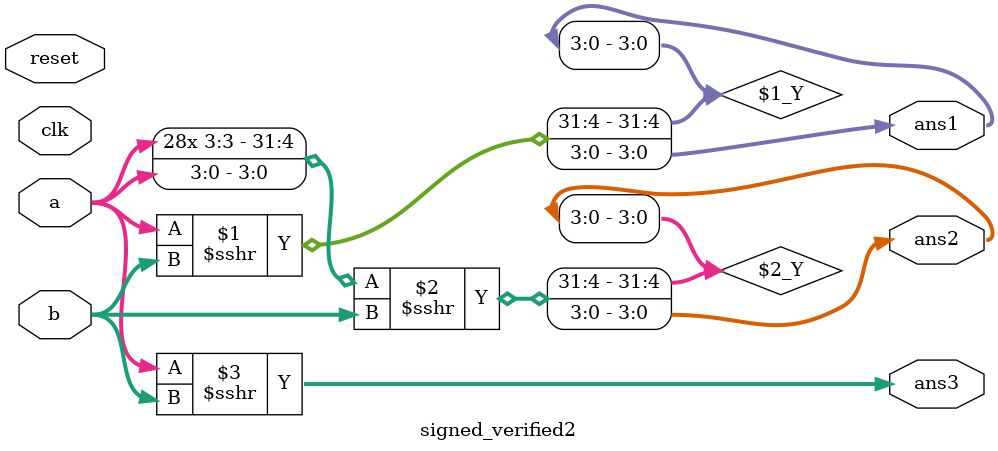
<source format=v>
`timescale 1ns / 1ps
module signed_verified2(
   input clk,
	input reset,
	input [3:0] a,
	input [3:0] b,
	output [3:0] ans1,
	output [3:0] ans2,
	output [3:0] ans3
    );
	 assign ans1 = (1'b1==1'b1) ? a>>>b : 0;
	 assign ans2 = (1'b1==1'b1) ? $signed(a)>>>b : 0;
	 assign ans3 = (1'b1==1'b1) ? $signed(a)>>>b : 4'b0;

endmodule

</source>
